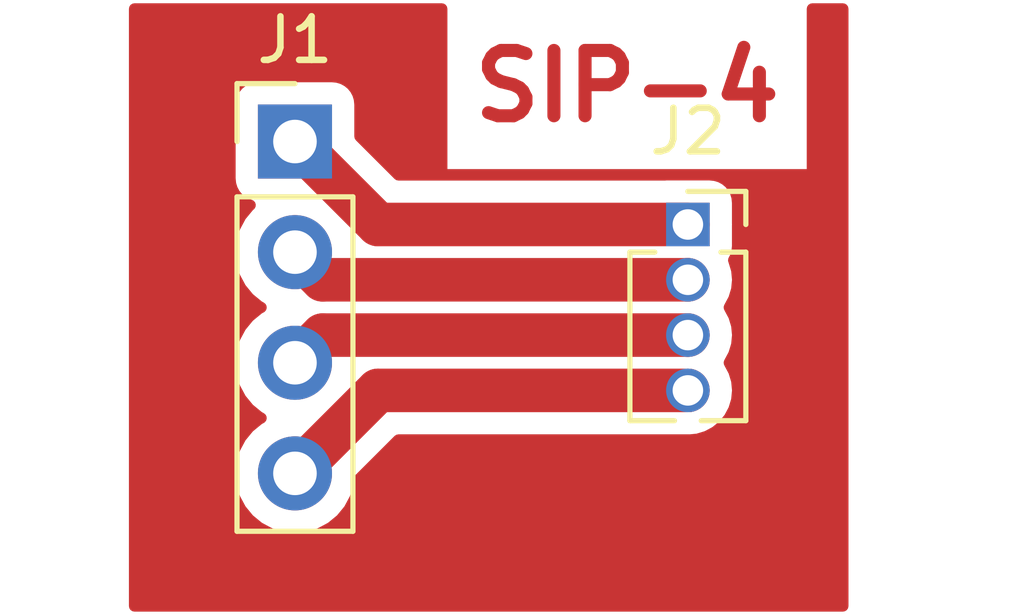
<source format=kicad_pcb>
(kicad_pcb (version 20171130) (host pcbnew "(5.1.2)-2")

  (general
    (thickness 1.6)
    (drawings 5)
    (tracks 8)
    (zones 0)
    (modules 2)
    (nets 5)
  )

  (page A4)
  (layers
    (0 F.Cu signal)
    (31 B.Cu signal)
    (32 B.Adhes user)
    (33 F.Adhes user)
    (34 B.Paste user)
    (35 F.Paste user)
    (36 B.SilkS user)
    (37 F.SilkS user)
    (38 B.Mask user)
    (39 F.Mask user)
    (40 Dwgs.User user)
    (41 Cmts.User user)
    (42 Eco1.User user)
    (43 Eco2.User user)
    (44 Edge.Cuts user)
    (45 Margin user)
    (46 B.CrtYd user)
    (47 F.CrtYd user)
    (48 B.Fab user)
    (49 F.Fab user)
  )

  (setup
    (last_trace_width 0.25)
    (trace_clearance 0.2)
    (zone_clearance 0.508)
    (zone_45_only no)
    (trace_min 0.2)
    (via_size 0.8)
    (via_drill 0.4)
    (via_min_size 0.4)
    (via_min_drill 0.3)
    (uvia_size 0.3)
    (uvia_drill 0.1)
    (uvias_allowed no)
    (uvia_min_size 0.2)
    (uvia_min_drill 0.1)
    (edge_width 0.05)
    (segment_width 0.2)
    (pcb_text_width 0.3)
    (pcb_text_size 1.5 1.5)
    (mod_edge_width 0.12)
    (mod_text_size 1 1)
    (mod_text_width 0.15)
    (pad_size 1.524 1.524)
    (pad_drill 0.762)
    (pad_to_mask_clearance 0.051)
    (solder_mask_min_width 0.25)
    (aux_axis_origin 0 0)
    (visible_elements FFFFFF7F)
    (pcbplotparams
      (layerselection 0x02000_7fffffff)
      (usegerberextensions false)
      (usegerberattributes false)
      (usegerberadvancedattributes false)
      (creategerberjobfile false)
      (excludeedgelayer true)
      (linewidth 0.100000)
      (plotframeref false)
      (viasonmask false)
      (mode 1)
      (useauxorigin false)
      (hpglpennumber 1)
      (hpglpenspeed 20)
      (hpglpendiameter 15.000000)
      (psnegative false)
      (psa4output false)
      (plotreference true)
      (plotvalue true)
      (plotinvisibletext false)
      (padsonsilk false)
      (subtractmaskfromsilk false)
      (outputformat 1)
      (mirror false)
      (drillshape 0)
      (scaleselection 1)
      (outputdirectory ""))
  )

  (net 0 "")
  (net 1 "Net-(J1-Pad1)")
  (net 2 "Net-(J1-Pad2)")
  (net 3 "Net-(J1-Pad3)")
  (net 4 "Net-(J1-Pad4)")

  (net_class Default "This is the default net class."
    (clearance 0.2)
    (trace_width 0.25)
    (via_dia 0.8)
    (via_drill 0.4)
    (uvia_dia 0.3)
    (uvia_drill 0.1)
    (add_net "Net-(J1-Pad1)")
    (add_net "Net-(J1-Pad2)")
    (add_net "Net-(J1-Pad3)")
    (add_net "Net-(J1-Pad4)")
  )

  (module Connector_PinHeader_2.54mm:PinHeader_1x04_P2.54mm_Vertical (layer F.Cu) (tedit 59FED5CC) (tstamp 5D15FCB2)
    (at 41.91 26.035)
    (descr "Through hole straight pin header, 1x04, 2.54mm pitch, single row")
    (tags "Through hole pin header THT 1x04 2.54mm single row")
    (path /5D1605B3)
    (fp_text reference J1 (at 0 -2.33) (layer F.SilkS)
      (effects (font (size 1 1) (thickness 0.15)))
    )
    (fp_text value Conn_01x04_Male (at 0 9.95) (layer F.Fab)
      (effects (font (size 1 1) (thickness 0.15)))
    )
    (fp_line (start -0.635 -1.27) (end 1.27 -1.27) (layer F.Fab) (width 0.1))
    (fp_line (start 1.27 -1.27) (end 1.27 8.89) (layer F.Fab) (width 0.1))
    (fp_line (start 1.27 8.89) (end -1.27 8.89) (layer F.Fab) (width 0.1))
    (fp_line (start -1.27 8.89) (end -1.27 -0.635) (layer F.Fab) (width 0.1))
    (fp_line (start -1.27 -0.635) (end -0.635 -1.27) (layer F.Fab) (width 0.1))
    (fp_line (start -1.33 8.95) (end 1.33 8.95) (layer F.SilkS) (width 0.12))
    (fp_line (start -1.33 1.27) (end -1.33 8.95) (layer F.SilkS) (width 0.12))
    (fp_line (start 1.33 1.27) (end 1.33 8.95) (layer F.SilkS) (width 0.12))
    (fp_line (start -1.33 1.27) (end 1.33 1.27) (layer F.SilkS) (width 0.12))
    (fp_line (start -1.33 0) (end -1.33 -1.33) (layer F.SilkS) (width 0.12))
    (fp_line (start -1.33 -1.33) (end 0 -1.33) (layer F.SilkS) (width 0.12))
    (fp_line (start -1.8 -1.8) (end -1.8 9.4) (layer F.CrtYd) (width 0.05))
    (fp_line (start -1.8 9.4) (end 1.8 9.4) (layer F.CrtYd) (width 0.05))
    (fp_line (start 1.8 9.4) (end 1.8 -1.8) (layer F.CrtYd) (width 0.05))
    (fp_line (start 1.8 -1.8) (end -1.8 -1.8) (layer F.CrtYd) (width 0.05))
    (fp_text user %R (at 0 3.81 90) (layer F.Fab)
      (effects (font (size 1 1) (thickness 0.15)))
    )
    (pad 1 thru_hole rect (at 0 0) (size 1.7 1.7) (drill 1) (layers *.Cu *.Mask)
      (net 1 "Net-(J1-Pad1)"))
    (pad 2 thru_hole oval (at 0 2.54) (size 1.7 1.7) (drill 1) (layers *.Cu *.Mask)
      (net 2 "Net-(J1-Pad2)"))
    (pad 3 thru_hole oval (at 0 5.08) (size 1.7 1.7) (drill 1) (layers *.Cu *.Mask)
      (net 3 "Net-(J1-Pad3)"))
    (pad 4 thru_hole oval (at 0 7.62) (size 1.7 1.7) (drill 1) (layers *.Cu *.Mask)
      (net 4 "Net-(J1-Pad4)"))
    (model ${KISYS3DMOD}/Connector_PinHeader_2.54mm.3dshapes/PinHeader_1x04_P2.54mm_Vertical.wrl
      (at (xyz 0 0 0))
      (scale (xyz 1 1 1))
      (rotate (xyz 0 0 0))
    )
  )

  (module Connector_PinSocket_1.27mm:PinSocket_1x04_P1.27mm_Vertical (layer F.Cu) (tedit 5A19A420) (tstamp 5D15FCCC)
    (at 50.925001 27.94)
    (descr "Through hole straight socket strip, 1x04, 1.27mm pitch, single row (from Kicad 4.0.7), script generated")
    (tags "Through hole socket strip THT 1x04 1.27mm single row")
    (path /5D15F814)
    (fp_text reference J2 (at 0 -2.135) (layer F.SilkS)
      (effects (font (size 1 1) (thickness 0.15)))
    )
    (fp_text value Conn_01x04_Female (at 0 5.945) (layer F.Fab)
      (effects (font (size 1 1) (thickness 0.15)))
    )
    (fp_line (start -1.27 -0.635) (end 0.635 -0.635) (layer F.Fab) (width 0.1))
    (fp_line (start 0.635 -0.635) (end 1.27 0) (layer F.Fab) (width 0.1))
    (fp_line (start 1.27 0) (end 1.27 4.445) (layer F.Fab) (width 0.1))
    (fp_line (start 1.27 4.445) (end -1.27 4.445) (layer F.Fab) (width 0.1))
    (fp_line (start -1.27 4.445) (end -1.27 -0.635) (layer F.Fab) (width 0.1))
    (fp_line (start -1.33 0.635) (end -0.76 0.635) (layer F.SilkS) (width 0.12))
    (fp_line (start 0.76 0.635) (end 1.33 0.635) (layer F.SilkS) (width 0.12))
    (fp_line (start -1.33 0.635) (end -1.33 4.505) (layer F.SilkS) (width 0.12))
    (fp_line (start -1.33 4.505) (end -0.30753 4.505) (layer F.SilkS) (width 0.12))
    (fp_line (start 0.30753 4.505) (end 1.33 4.505) (layer F.SilkS) (width 0.12))
    (fp_line (start 1.33 0.635) (end 1.33 4.505) (layer F.SilkS) (width 0.12))
    (fp_line (start 1.33 -0.76) (end 1.33 0) (layer F.SilkS) (width 0.12))
    (fp_line (start 0 -0.76) (end 1.33 -0.76) (layer F.SilkS) (width 0.12))
    (fp_line (start -1.8 -1.15) (end 1.75 -1.15) (layer F.CrtYd) (width 0.05))
    (fp_line (start 1.75 -1.15) (end 1.75 4.95) (layer F.CrtYd) (width 0.05))
    (fp_line (start 1.75 4.95) (end -1.8 4.95) (layer F.CrtYd) (width 0.05))
    (fp_line (start -1.8 4.95) (end -1.8 -1.15) (layer F.CrtYd) (width 0.05))
    (fp_text user %R (at 0 1.905 90) (layer F.Fab)
      (effects (font (size 1 1) (thickness 0.15)))
    )
    (pad 1 thru_hole rect (at 0 0) (size 1 1) (drill 0.7) (layers *.Cu *.Mask)
      (net 1 "Net-(J1-Pad1)"))
    (pad 2 thru_hole oval (at 0 1.27) (size 1 1) (drill 0.7) (layers *.Cu *.Mask)
      (net 2 "Net-(J1-Pad2)"))
    (pad 3 thru_hole oval (at 0 2.54) (size 1 1) (drill 0.7) (layers *.Cu *.Mask)
      (net 3 "Net-(J1-Pad3)"))
    (pad 4 thru_hole oval (at 0 3.81) (size 1 1) (drill 0.7) (layers *.Cu *.Mask)
      (net 4 "Net-(J1-Pad4)"))
    (model ${KISYS3DMOD}/Connector_PinSocket_1.27mm.3dshapes/PinSocket_1x04_P1.27mm_Vertical.wrl
      (at (xyz 0 0 0))
      (scale (xyz 1 1 1))
      (rotate (xyz 0 0 0))
    )
  )

  (gr_text SIP-4 (at 49.53 24.765) (layer F.Cu)
    (effects (font (size 1.5 1.5) (thickness 0.3)))
  )
  (gr_line (start 38.1 36.83) (end 38.1 22.86) (layer Margin) (width 0.15) (tstamp 5D15FEA3))
  (gr_line (start 54.61 36.83) (end 38.1 36.83) (layer Margin) (width 0.15))
  (gr_line (start 54.61 22.86) (end 54.61 36.83) (layer Margin) (width 0.15))
  (gr_line (start 38.1 22.86) (end 54.61 22.86) (layer Margin) (width 0.15))

  (segment (start 43.815 27.94) (end 41.91 26.035) (width 1) (layer F.Cu) (net 1))
  (segment (start 50.925001 27.94) (end 43.815 27.94) (width 1) (layer F.Cu) (net 1))
  (segment (start 42.545 29.21) (end 41.91 28.575) (width 1) (layer F.Cu) (net 2))
  (segment (start 50.925001 29.21) (end 42.545 29.21) (width 1) (layer F.Cu) (net 2))
  (segment (start 42.545 30.48) (end 41.91 31.115) (width 1) (layer F.Cu) (net 3))
  (segment (start 50.925001 30.48) (end 42.545 30.48) (width 1) (layer F.Cu) (net 3))
  (segment (start 43.815 31.75) (end 41.91 33.655) (width 1) (layer F.Cu) (net 4))
  (segment (start 50.925001 31.75) (end 43.815 31.75) (width 1) (layer F.Cu) (net 4))

  (zone (net 0) (net_name "") (layer F.Cu) (tstamp 5D15FF87) (hatch edge 0.508)
    (connect_pads (clearance 0.508))
    (min_thickness 0.254)
    (fill yes (arc_segments 32) (thermal_gap 0.508) (thermal_bridge_width 0.508))
    (polygon
      (pts
        (xy 38.1 22.86) (xy 54.61 22.86) (xy 54.61 36.83) (xy 38.1 36.83)
      )
    )
    (filled_polygon
      (pts
        (xy 45.280715 26.795) (xy 53.779286 26.795) (xy 53.779286 22.987) (xy 54.483 22.987) (xy 54.483 36.703)
        (xy 38.227 36.703) (xy 38.227 28.575) (xy 40.417815 28.575) (xy 40.446487 28.866111) (xy 40.531401 29.146034)
        (xy 40.669294 29.404014) (xy 40.854866 29.630134) (xy 41.080986 29.815706) (xy 41.135791 29.845) (xy 41.080986 29.874294)
        (xy 40.854866 30.059866) (xy 40.669294 30.285986) (xy 40.531401 30.543966) (xy 40.446487 30.823889) (xy 40.417815 31.115)
        (xy 40.446487 31.406111) (xy 40.531401 31.686034) (xy 40.669294 31.944014) (xy 40.854866 32.170134) (xy 41.080986 32.355706)
        (xy 41.135791 32.385) (xy 41.080986 32.414294) (xy 40.854866 32.599866) (xy 40.669294 32.825986) (xy 40.531401 33.083966)
        (xy 40.446487 33.363889) (xy 40.417815 33.655) (xy 40.446487 33.946111) (xy 40.531401 34.226034) (xy 40.669294 34.484014)
        (xy 40.854866 34.710134) (xy 41.080986 34.895706) (xy 41.338966 35.033599) (xy 41.618889 35.118513) (xy 41.83705 35.14)
        (xy 41.98295 35.14) (xy 42.201111 35.118513) (xy 42.481034 35.033599) (xy 42.739014 34.895706) (xy 42.965134 34.710134)
        (xy 43.150706 34.484014) (xy 43.288599 34.226034) (xy 43.373513 33.946111) (xy 43.389845 33.780286) (xy 44.285132 32.885)
        (xy 50.980753 32.885) (xy 51.1475 32.868577) (xy 51.361448 32.803676) (xy 51.558624 32.698284) (xy 51.73145 32.556449)
        (xy 51.873285 32.383623) (xy 51.978677 32.186447) (xy 52.043578 31.972499) (xy 52.065492 31.75) (xy 52.043578 31.527501)
        (xy 51.978677 31.313553) (xy 51.873285 31.116377) (xy 51.872155 31.115) (xy 51.873285 31.113623) (xy 51.978677 30.916447)
        (xy 52.043578 30.702499) (xy 52.065492 30.48) (xy 52.043578 30.257501) (xy 51.978677 30.043553) (xy 51.873285 29.846377)
        (xy 51.872155 29.845) (xy 51.873285 29.843623) (xy 51.978677 29.646447) (xy 52.043578 29.432499) (xy 52.065492 29.21)
        (xy 52.043578 28.987501) (xy 51.978677 28.773553) (xy 51.972704 28.762379) (xy 52.014503 28.68418) (xy 52.050813 28.564482)
        (xy 52.063073 28.44) (xy 52.063073 27.964561) (xy 52.065492 27.94) (xy 52.063073 27.915439) (xy 52.063073 27.44)
        (xy 52.050813 27.315518) (xy 52.014503 27.19582) (xy 51.955538 27.085506) (xy 51.876186 26.988815) (xy 51.779495 26.909463)
        (xy 51.669181 26.850498) (xy 51.549483 26.814188) (xy 51.425001 26.801928) (xy 50.425001 26.801928) (xy 50.393809 26.805)
        (xy 44.285132 26.805) (xy 43.398072 25.917941) (xy 43.398072 25.185) (xy 43.385812 25.060518) (xy 43.349502 24.94082)
        (xy 43.290537 24.830506) (xy 43.211185 24.733815) (xy 43.114494 24.654463) (xy 43.00418 24.595498) (xy 42.884482 24.559188)
        (xy 42.76 24.546928) (xy 41.06 24.546928) (xy 40.935518 24.559188) (xy 40.81582 24.595498) (xy 40.705506 24.654463)
        (xy 40.608815 24.733815) (xy 40.529463 24.830506) (xy 40.470498 24.94082) (xy 40.434188 25.060518) (xy 40.421928 25.185)
        (xy 40.421928 26.885) (xy 40.434188 27.009482) (xy 40.470498 27.12918) (xy 40.529463 27.239494) (xy 40.608815 27.336185)
        (xy 40.705506 27.415537) (xy 40.81582 27.474502) (xy 40.884687 27.495393) (xy 40.854866 27.519866) (xy 40.669294 27.745986)
        (xy 40.531401 28.003966) (xy 40.446487 28.283889) (xy 40.417815 28.575) (xy 38.227 28.575) (xy 38.227 22.987)
        (xy 45.280715 22.987)
      )
    )
  )
)

</source>
